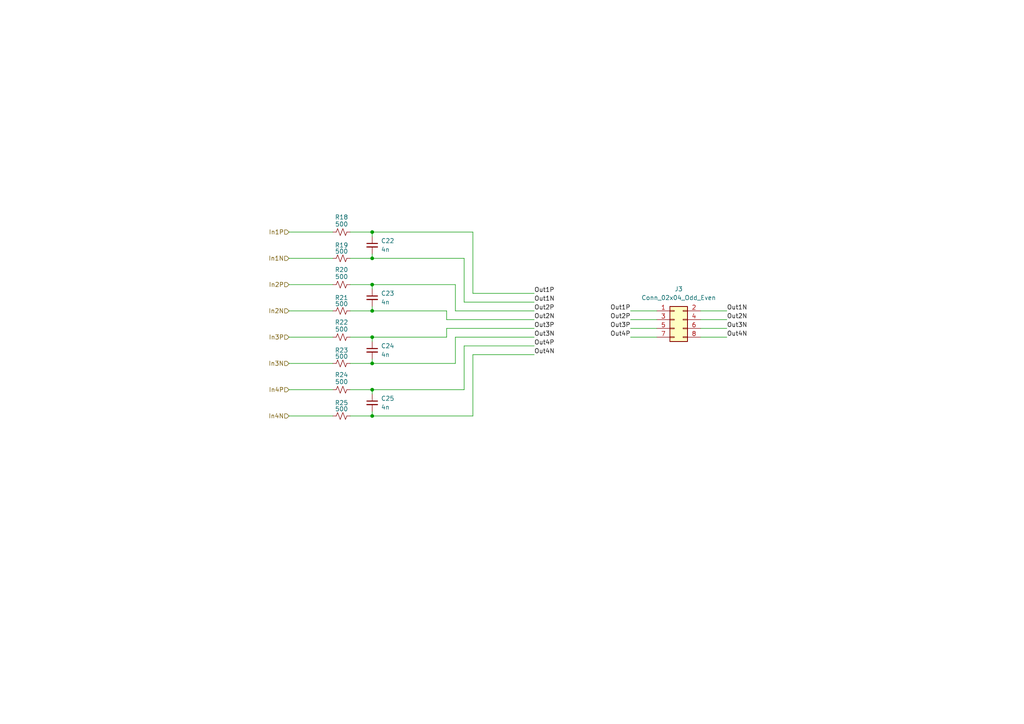
<source format=kicad_sch>
(kicad_sch (version 20231120) (generator "eeschema") (generator_version "8.0")
  (paper "A4")
  (lib_symbols
    (symbol "Connector_Generic:Conn_02x04_Odd_Even" (pin_names (offset 1.016) hide)
      (property "Reference" "J" (at 1.27 5.08 0))
      (property "Value" "Conn_02x04_Odd_Even" (at 1.27 -7.62 0))
      (symbol "Conn_02x04_Odd_Even_1_1"
        (rectangle (start -1.27 -4.953) (end 0 -5.207) (stroke (width 0.1524)))
        (rectangle (start -1.27 -2.413) (end 0 -2.667) (stroke (width 0.1524)))
        (rectangle (start -1.27 0.127) (end 0 -0.127) (stroke (width 0.1524)))
        (rectangle (start -1.27 2.667) (end 0 2.413) (stroke (width 0.1524)))
        (rectangle (start -1.27 3.81) (end 3.81 -6.35) (stroke (width 0.254)) (fill (type background)))
        (rectangle (start 3.81 -4.953) (end 2.54 -5.207) (stroke (width 0.1524)))
        (rectangle (start 3.81 -2.413) (end 2.54 -2.667) (stroke (width 0.1524)))
        (rectangle (start 3.81 0.127) (end 2.54 -0.127) (stroke (width 0.1524)))
        (rectangle (start 3.81 2.667) (end 2.54 2.413) (stroke (width 0.1524)))
        (pin passive line (at -5.08 2.54 0) (length 3.81) (name "Pin_1") (number "1"))
        (pin passive line (at 7.62 2.54 180) (length 3.81) (name "Pin_2") (number "2"))
        (pin passive line (at -5.08 0 0) (length 3.81) (name "Pin_3") (number "3"))
        (pin passive line (at 7.62 0 180) (length 3.81) (name "Pin_4") (number "4"))
        (pin passive line (at -5.08 -2.54 0) (length 3.81) (name "Pin_5") (number "5"))
        (pin passive line (at 7.62 -2.54 180) (length 3.81) (name "Pin_6") (number "6"))
        (pin passive line (at -5.08 -5.08 0) (length 3.81) (name "Pin_7") (number "7"))
        (pin passive line (at 7.62 -5.08 180) (length 3.81) (name "Pin_8") (number "8"))
      )
    )
    (symbol "Device:C_Small" (pin_numbers hide) (pin_names (offset 0.254) hide)
      (property "Reference" "C" (at 0.254 1.778 0))
      (property "Value" "C_Small" (at 0.254 -2.032 0))
      (symbol "C_Small_0_1"
        (polyline (pts (xy -1.524 -0.508) (xy 1.524 -0.508)) (stroke (width 0.3302)))
        (polyline (pts (xy -1.524 0.508) (xy 1.524 0.508)) (stroke (width 0.3048)))
      )
      (symbol "C_Small_1_1"
        (pin passive line (at 0 2.54 270) (length 2.032) (name "~") (number "1"))
        (pin passive line (at 0 -2.54 90) (length 2.032) (name "~") (number "2"))
      )
    )
    (symbol "Device:R_Small_US" (pin_numbers hide) (pin_names (offset 0.254) hide)
      (property "Reference" "R" (at 0.762 0.508 0))
      (property "Value" "R_Small_US" (at 0.762 -1.016 0))
      (symbol "R_Small_US_1_1"
        (polyline (pts (xy 0 0) (xy 1.016 -0.381) (xy 0 -0.762) (xy -1.016 -1.143) (xy 0 -1.524)))
        (polyline (pts (xy 0 1.524) (xy 1.016 1.143) (xy 0 0.762) (xy -1.016 0.381) (xy 0 0)))
        (pin passive line (at 0 2.54 270) (length 1.016) (name "~") (number "1"))
        (pin passive line (at 0 -2.54 90) (length 1.016) (name "~") (number "2"))
      )
    )
  )
  (junction (at 107.95 67.31))
  (junction (at 107.95 90.17))
  (junction (at 107.95 97.79))
  (junction (at 107.95 82.55))
  (junction (at 107.95 105.41))
  (junction (at 107.95 120.65))
  (junction (at 107.95 74.93))
  (junction (at 107.95 113.03))
  (wire (pts (xy 137.16 102.87) (xy 154.94 102.87)))
  (wire (pts (xy 134.62 100.33) (xy 134.62 113.03)))
  (wire (pts (xy 182.88 95.25) (xy 190.5 95.25)))
  (wire (pts (xy 137.16 67.31) (xy 137.16 85.09)))
  (wire (pts (xy 101.6 105.41) (xy 107.95 105.41)))
  (wire (pts (xy 132.08 105.41) (xy 132.08 97.79)))
  (wire (pts (xy 134.62 100.33) (xy 154.94 100.33)))
  (wire (pts (xy 101.6 97.79) (xy 107.95 97.79)))
  (wire (pts (xy 101.6 120.65) (xy 107.95 120.65)))
  (wire (pts (xy 101.6 67.31) (xy 107.95 67.31)))
  (wire (pts (xy 210.82 90.17) (xy 203.2 90.17)))
  (wire (pts (xy 134.62 87.63) (xy 154.94 87.63)))
  (wire (pts (xy 83.82 90.17) (xy 96.52 90.17)))
  (wire (pts (xy 132.08 97.79) (xy 154.94 97.79)))
  (wire (pts (xy 107.95 67.31) (xy 137.16 67.31)))
  (wire (pts (xy 210.82 95.25) (xy 203.2 95.25)))
  (wire (pts (xy 182.88 97.79) (xy 190.5 97.79)))
  (wire (pts (xy 132.08 90.17) (xy 154.94 90.17)))
  (wire (pts (xy 107.95 67.31) (xy 107.95 68.58)))
  (wire (pts (xy 101.6 90.17) (xy 107.95 90.17)))
  (wire (pts (xy 101.6 82.55) (xy 107.95 82.55)))
  (wire (pts (xy 107.95 113.03) (xy 107.95 114.3)))
  (wire (pts (xy 129.54 95.25) (xy 154.94 95.25)))
  (wire (pts (xy 83.82 120.65) (xy 96.52 120.65)))
  (wire (pts (xy 107.95 74.93) (xy 107.95 73.66)))
  (wire (pts (xy 137.16 120.65) (xy 137.16 102.87)))
  (wire (pts (xy 107.95 82.55) (xy 132.08 82.55)))
  (wire (pts (xy 210.82 92.71) (xy 203.2 92.71)))
  (wire (pts (xy 101.6 74.93) (xy 107.95 74.93)))
  (wire (pts (xy 210.82 97.79) (xy 203.2 97.79)))
  (wire (pts (xy 107.95 97.79) (xy 107.95 99.06)))
  (wire (pts (xy 129.54 92.71) (xy 129.54 90.17)))
  (wire (pts (xy 182.88 92.71) (xy 190.5 92.71)))
  (wire (pts (xy 83.82 97.79) (xy 96.52 97.79)))
  (wire (pts (xy 107.95 120.65) (xy 137.16 120.65)))
  (wire (pts (xy 101.6 113.03) (xy 107.95 113.03)))
  (wire (pts (xy 107.95 90.17) (xy 107.95 88.9)))
  (wire (pts (xy 134.62 74.93) (xy 107.95 74.93)))
  (wire (pts (xy 137.16 85.09) (xy 154.94 85.09)))
  (wire (pts (xy 134.62 113.03) (xy 107.95 113.03)))
  (wire (pts (xy 107.95 119.38) (xy 107.95 120.65)))
  (wire (pts (xy 129.54 90.17) (xy 107.95 90.17)))
  (wire (pts (xy 129.54 97.79) (xy 107.95 97.79)))
  (wire (pts (xy 83.82 113.03) (xy 96.52 113.03)))
  (wire (pts (xy 182.88 90.17) (xy 190.5 90.17)))
  (wire (pts (xy 129.54 95.25) (xy 129.54 97.79)))
  (wire (pts (xy 107.95 105.41) (xy 132.08 105.41)))
  (wire (pts (xy 134.62 87.63) (xy 134.62 74.93)))
  (wire (pts (xy 107.95 82.55) (xy 107.95 83.82)))
  (wire (pts (xy 83.82 67.31) (xy 96.52 67.31)))
  (wire (pts (xy 83.82 74.93) (xy 96.52 74.93)))
  (wire (pts (xy 129.54 92.71) (xy 154.94 92.71)))
  (wire (pts (xy 83.82 82.55) (xy 96.52 82.55)))
  (wire (pts (xy 132.08 82.55) (xy 132.08 90.17)))
  (wire (pts (xy 83.82 105.41) (xy 96.52 105.41)))
  (wire (pts (xy 107.95 104.14) (xy 107.95 105.41)))
  (label "Out2P" (at 154.94 90.17 0))
  (label "Out1N" (at 210.82 90.17 0))
  (label "Out3N" (at 210.82 95.25 0))
  (label "Out4N" (at 154.94 102.87 0))
  (label "Out1P" (at 154.94 85.09 0))
  (label "Out3P" (at 154.94 95.25 0))
  (label "Out2N" (at 154.94 92.71 0))
  (label "Out4P" (at 182.88 97.79 180))
  (label "Out1P" (at 182.88 90.17 180))
  (label "Out1N" (at 154.94 87.63 0))
  (label "Out3N" (at 154.94 97.79 0))
  (label "Out2N" (at 210.82 92.71 0))
  (label "Out4P" (at 154.94 100.33 0))
  (label "Out2P" (at 182.88 92.71 180))
  (label "Out3P" (at 182.88 95.25 180))
  (label "Out4N" (at 210.82 97.79 0))
  (hierarchical_label "In2P" (shape input) (at 83.82 82.55 180))
  (hierarchical_label "In4P" (shape input) (at 83.82 113.03 180))
  (hierarchical_label "In4N" (shape input) (at 83.82 120.65 180))
  (hierarchical_label "In1P" (shape input) (at 83.82 67.31 180))
  (hierarchical_label "In3P" (shape input) (at 83.82 97.79 180))
  (hierarchical_label "In1N" (shape input) (at 83.82 74.93 180))
  (hierarchical_label "In2N" (shape input) (at 83.82 90.17 180))
  (hierarchical_label "In3N" (shape input) (at 83.82 105.41 180))
  (symbol (lib_id "Device:C_Small") (at 107.95 71.12 0) (unit 1)
    (property "Reference" "C22" (at 110.49 69.8562 0) (effects (justify left)))
    (property "Value" "4n" (at 110.49 72.3962 0) (effects (justify left)))
    (property "Footprint" "Capacitor_SMD:C_0805_2012Metric_Pad1.18x1.45mm_HandSolder" (effects (hide yes)))
    (property "Description" "Unpolarized capacitor, small symbol" (effects (hide yes)))
    (instances (project "MCU_DAC_board" (path "" (reference "C22") (unit 1)) (path "" (reference "C15") (unit 1)) (path "" (reference "C11") (unit 1)) (path "" (reference "C26") (unit 1))))
  )
  (symbol (lib_id "Device:R_Small_US") (at 99.06 120.65 90) (unit 1)
    (property "Reference" "R25" (at 99.06 116.84 90))
    (property "Value" "500" (at 99.06 118.618 90))
    (property "Footprint" "Resistor_SMD:R_0805_2012Metric_Pad1.20x1.40mm_HandSolder" (effects (hide yes)))
    (property "Description" "Resistor, small US symbol" (effects (hide yes)))
    (instances (project "MCU_DAC_board" (path "" (reference "R25") (unit 1)) (path "" (reference "R17") (unit 1)) (path "" (reference "R9") (unit 1)) (path "" (reference "R33") (unit 1))))
  )
  (symbol (lib_id "Device:C_Small") (at 107.95 116.84 0) (unit 1)
    (property "Reference" "C25" (at 110.49 115.5762 0) (effects (justify left)))
    (property "Value" "4n" (at 110.49 118.1162 0) (effects (justify left)))
    (property "Footprint" "Capacitor_SMD:C_0805_2012Metric_Pad1.18x1.45mm_HandSolder" (effects (hide yes)))
    (property "Description" "Unpolarized capacitor, small symbol" (effects (hide yes)))
    (instances (project "MCU_DAC_board" (path "" (reference "C25") (unit 1)) (path "" (reference "C21") (unit 1)) (path "" (reference "C14") (unit 1)) (path "" (reference "C29") (unit 1))))
  )
  (symbol (lib_id "Device:R_Small_US") (at 99.06 90.17 90) (unit 1)
    (property "Reference" "R21" (at 99.06 86.36 90))
    (property "Value" "500" (at 99.06 88.138 90))
    (property "Footprint" "Resistor_SMD:R_0805_2012Metric_Pad1.20x1.40mm_HandSolder" (effects (hide yes)))
    (property "Description" "Resistor, small US symbol" (effects (hide yes)))
    (instances (project "MCU_DAC_board" (path "" (reference "R21") (unit 1)) (path "" (reference "R13") (unit 1)) (path "" (reference "R5") (unit 1)) (path "" (reference "R29") (unit 1))))
  )
  (symbol (lib_id "Device:R_Small_US") (at 99.06 67.31 90) (unit 1)
    (property "Reference" "R18" (at 99.06 62.992 90))
    (property "Value" "500" (at 99.06 65.024 90))
    (property "Footprint" "Resistor_SMD:R_0805_2012Metric_Pad1.20x1.40mm_HandSolder" (effects (hide yes)))
    (property "Description" "Resistor, small US symbol" (effects (hide yes)))
    (instances (project "MCU_DAC_board" (path "" (reference "R18") (unit 1)) (path "" (reference "R10") (unit 1)) (path "" (reference "R2") (unit 1)) (path "" (reference "R26") (unit 1))))
  )
  (symbol (lib_id "Connector_Generic:Conn_02x04_Odd_Even") (at 195.58 92.71 0) (unit 1)
    (property "Reference" "J3" (at 196.85 83.82 0))
    (property "Value" "Conn_02x04_Odd_Even" (at 196.85 86.36 0))
    (property "Footprint" "project_lib:BHR-08-VUA" (effects (hide yes)))
    (property "Description" "Generic connector, double row, 02x04, odd/even pin numbering scheme (row 1 odd numbers, row 2 even numbers), script generated (kicad-library-utils/schlib/autogen/connector/)" (effects (hide yes)))
    (instances (project "" (path "" (reference "J3") (unit 1)) (path "" (reference "J2") (unit 1)) (path "" (reference "J1") (unit 1)) (path "" (reference "J4") (unit 1))))
  )
  (symbol (lib_id "Device:R_Small_US") (at 99.06 97.79 90) (unit 1)
    (property "Reference" "R22" (at 99.06 93.472 90))
    (property "Value" "500" (at 99.06 95.504 90))
    (property "Footprint" "Resistor_SMD:R_0805_2012Metric_Pad1.20x1.40mm_HandSolder" (effects (hide yes)))
    (property "Description" "Resistor, small US symbol" (effects (hide yes)))
    (instances (project "MCU_DAC_board" (path "" (reference "R22") (unit 1)) (path "" (reference "R14") (unit 1)) (path "" (reference "R6") (unit 1)) (path "" (reference "R30") (unit 1))))
  )
  (symbol (lib_id "Device:R_Small_US") (at 99.06 113.03 90) (unit 1)
    (property "Reference" "R24" (at 99.06 108.712 90))
    (property "Value" "500" (at 99.06 110.744 90))
    (property "Footprint" "Resistor_SMD:R_0805_2012Metric_Pad1.20x1.40mm_HandSolder" (effects (hide yes)))
    (property "Description" "Resistor, small US symbol" (effects (hide yes)))
    (instances (project "MCU_DAC_board" (path "" (reference "R24") (unit 1)) (path "" (reference "R16") (unit 1)) (path "" (reference "R8") (unit 1)) (path "" (reference "R32") (unit 1))))
  )
  (symbol (lib_id "Device:C_Small") (at 107.95 101.6 0) (unit 1)
    (property "Reference" "C24" (at 110.49 100.3362 0) (effects (justify left)))
    (property "Value" "4n" (at 110.49 102.8762 0) (effects (justify left)))
    (property "Footprint" "Capacitor_SMD:C_0805_2012Metric_Pad1.18x1.45mm_HandSolder" (effects (hide yes)))
    (property "Description" "Unpolarized capacitor, small symbol" (effects (hide yes)))
    (instances (project "MCU_DAC_board" (path "" (reference "C24") (unit 1)) (path "" (reference "C17") (unit 1)) (path "" (reference "C13") (unit 1)) (path "" (reference "C28") (unit 1))))
  )
  (symbol (lib_id "Device:R_Small_US") (at 99.06 105.41 90) (unit 1)
    (property "Reference" "R23" (at 99.06 101.6 90))
    (property "Value" "500" (at 99.06 103.378 90))
    (property "Footprint" "Resistor_SMD:R_0805_2012Metric_Pad1.20x1.40mm_HandSolder" (effects (hide yes)))
    (property "Description" "Resistor, small US symbol" (effects (hide yes)))
    (instances (project "MCU_DAC_board" (path "" (reference "R23") (unit 1)) (path "" (reference "R15") (unit 1)) (path "" (reference "R7") (unit 1)) (path "" (reference "R31") (unit 1))))
  )
  (symbol (lib_id "Device:C_Small") (at 107.95 86.36 0) (unit 1)
    (property "Reference" "C23" (at 110.49 85.0962 0) (effects (justify left)))
    (property "Value" "4n" (at 110.49 87.6362 0) (effects (justify left)))
    (property "Footprint" "Capacitor_SMD:C_0805_2012Metric_Pad1.18x1.45mm_HandSolder" (effects (hide yes)))
    (property "Description" "Unpolarized capacitor, small symbol" (effects (hide yes)))
    (instances (project "MCU_DAC_board" (path "" (reference "C23") (unit 1)) (path "" (reference "C16") (unit 1)) (path "" (reference "C12") (unit 1)) (path "" (reference "C27") (unit 1))))
  )
  (symbol (lib_id "Device:R_Small_US") (at 99.06 74.93 90) (unit 1)
    (property "Reference" "R19" (at 99.06 71.12 90))
    (property "Value" "500" (at 99.06 72.898 90))
    (property "Footprint" "Resistor_SMD:R_0805_2012Metric_Pad1.20x1.40mm_HandSolder" (effects (hide yes)))
    (property "Description" "Resistor, small US symbol" (effects (hide yes)))
    (instances (project "MCU_DAC_board" (path "" (reference "R19") (unit 1)) (path "" (reference "R11") (unit 1)) (path "" (reference "R3") (unit 1)) (path "" (reference "R27") (unit 1))))
  )
  (symbol (lib_id "Device:R_Small_US") (at 99.06 82.55 90) (unit 1)
    (property "Reference" "R20" (at 99.06 78.232 90))
    (property "Value" "500" (at 99.06 80.264 90))
    (property "Footprint" "Resistor_SMD:R_0805_2012Metric_Pad1.20x1.40mm_HandSolder" (effects (hide yes)))
    (property "Description" "Resistor, small US symbol" (effects (hide yes)))
    (instances (project "MCU_DAC_board" (path "" (reference "R20") (unit 1)) (path "" (reference "R12") (unit 1)) (path "" (reference "R4") (unit 1)) (path "" (reference "R28") (unit 1))))
  )
)
</source>
